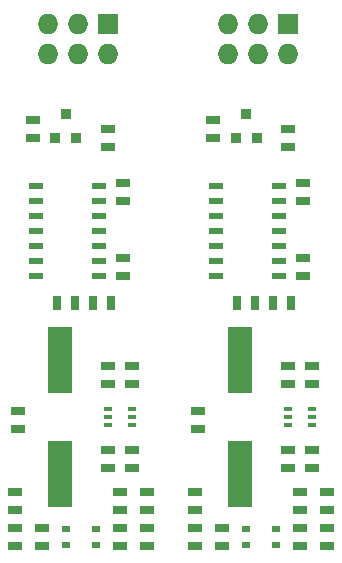
<source format=gbr>
G04 #@! TF.FileFunction,Soldermask,Top*
%FSLAX46Y46*%
G04 Gerber Fmt 4.6, Leading zero omitted, Abs format (unit mm)*
G04 Created by KiCad (PCBNEW (2015-02-15 BZR 5420)-product) date Tue 17 Feb 2015 11:56:18 AM EET*
%MOMM*%
G01*
G04 APERTURE LIST*
%ADD10C,0.100000*%
%ADD11R,1.143000X0.635000*%
%ADD12R,0.660400X0.406400*%
%ADD13R,2.100580X5.600700*%
%ADD14R,1.727200X1.727200*%
%ADD15O,1.727200X1.727200*%
%ADD16R,0.914400X0.914400*%
%ADD17R,0.700000X0.600000*%
%ADD18R,0.635000X1.143000*%
%ADD19R,1.143000X0.508000*%
G04 APERTURE END LIST*
D10*
D11*
X68688000Y-54733286D03*
X68688000Y-53209286D03*
D12*
X68688000Y-56866886D03*
X68688000Y-58187686D03*
X68688000Y-57527286D03*
X70720000Y-58187686D03*
X70720000Y-56866886D03*
X70720000Y-57527286D03*
D11*
X61068000Y-58543286D03*
X61068000Y-57019286D03*
X70720000Y-54733286D03*
X70720000Y-53209286D03*
D13*
X64624000Y-52678426D03*
X64624000Y-62376146D03*
D11*
X68688000Y-61845286D03*
X68688000Y-60321286D03*
X70720000Y-60321286D03*
X70720000Y-61845286D03*
X69704000Y-65401286D03*
X69704000Y-63877286D03*
X71990000Y-66925286D03*
X71990000Y-68449286D03*
X60814000Y-66925286D03*
X60814000Y-68449286D03*
D14*
X68688000Y-24253286D03*
D15*
X68688000Y-26793286D03*
X66148000Y-24253286D03*
X66148000Y-26793286D03*
X63608000Y-24253286D03*
X63608000Y-26793286D03*
D16*
X66021000Y-33905286D03*
X64243000Y-33905286D03*
X65132000Y-31873286D03*
D11*
X62338000Y-32381286D03*
X62338000Y-33905286D03*
X71990000Y-65401286D03*
X71990000Y-63877286D03*
X60814000Y-65401286D03*
X60814000Y-63877286D03*
X69704000Y-68449286D03*
X69704000Y-66925286D03*
X63100000Y-68449286D03*
X63100000Y-66925286D03*
X68688000Y-34667286D03*
X68688000Y-33143286D03*
D17*
X67672000Y-66987286D03*
X67672000Y-68387286D03*
X65132000Y-68387286D03*
X65132000Y-66987286D03*
D11*
X69958000Y-44065286D03*
X69958000Y-45589286D03*
D18*
X65894000Y-47875286D03*
X64370000Y-47875286D03*
X67418000Y-47875286D03*
X68942000Y-47875286D03*
D11*
X69958000Y-37715286D03*
X69958000Y-39239286D03*
D19*
X62592000Y-37969286D03*
X62592000Y-39239286D03*
X62592000Y-40509286D03*
X62592000Y-41779286D03*
X62592000Y-43049286D03*
X62592000Y-44319286D03*
X62592000Y-45589286D03*
X67926000Y-45589286D03*
X67926000Y-44319286D03*
X67926000Y-43049286D03*
X67926000Y-41779286D03*
X67926000Y-40509286D03*
X67926000Y-39239286D03*
X67926000Y-37969286D03*
D11*
X83938000Y-54733286D03*
X83938000Y-53209286D03*
D12*
X83938000Y-56866886D03*
X83938000Y-58187686D03*
X83938000Y-57527286D03*
X85970000Y-58187686D03*
X85970000Y-56866886D03*
X85970000Y-57527286D03*
D11*
X76318000Y-58543286D03*
X76318000Y-57019286D03*
X85970000Y-54733286D03*
X85970000Y-53209286D03*
D13*
X79874000Y-52678426D03*
X79874000Y-62376146D03*
D11*
X83938000Y-61845286D03*
X83938000Y-60321286D03*
X85970000Y-60321286D03*
X85970000Y-61845286D03*
X84954000Y-65401286D03*
X84954000Y-63877286D03*
X87240000Y-66925286D03*
X87240000Y-68449286D03*
X76064000Y-66925286D03*
X76064000Y-68449286D03*
D14*
X83938000Y-24253286D03*
D15*
X83938000Y-26793286D03*
X81398000Y-24253286D03*
X81398000Y-26793286D03*
X78858000Y-24253286D03*
X78858000Y-26793286D03*
D16*
X81271000Y-33905286D03*
X79493000Y-33905286D03*
X80382000Y-31873286D03*
D11*
X77588000Y-32381286D03*
X77588000Y-33905286D03*
X87240000Y-65401286D03*
X87240000Y-63877286D03*
X76064000Y-65401286D03*
X76064000Y-63877286D03*
X84954000Y-68449286D03*
X84954000Y-66925286D03*
X78350000Y-68449286D03*
X78350000Y-66925286D03*
X83938000Y-34667286D03*
X83938000Y-33143286D03*
D17*
X82922000Y-66987286D03*
X82922000Y-68387286D03*
X80382000Y-68387286D03*
X80382000Y-66987286D03*
D11*
X85208000Y-44065286D03*
X85208000Y-45589286D03*
D18*
X81144000Y-47875286D03*
X79620000Y-47875286D03*
X82668000Y-47875286D03*
X84192000Y-47875286D03*
D11*
X85208000Y-37715286D03*
X85208000Y-39239286D03*
D19*
X77842000Y-37969286D03*
X77842000Y-39239286D03*
X77842000Y-40509286D03*
X77842000Y-41779286D03*
X77842000Y-43049286D03*
X77842000Y-44319286D03*
X77842000Y-45589286D03*
X83176000Y-45589286D03*
X83176000Y-44319286D03*
X83176000Y-43049286D03*
X83176000Y-41779286D03*
X83176000Y-40509286D03*
X83176000Y-39239286D03*
X83176000Y-37969286D03*
M02*

</source>
